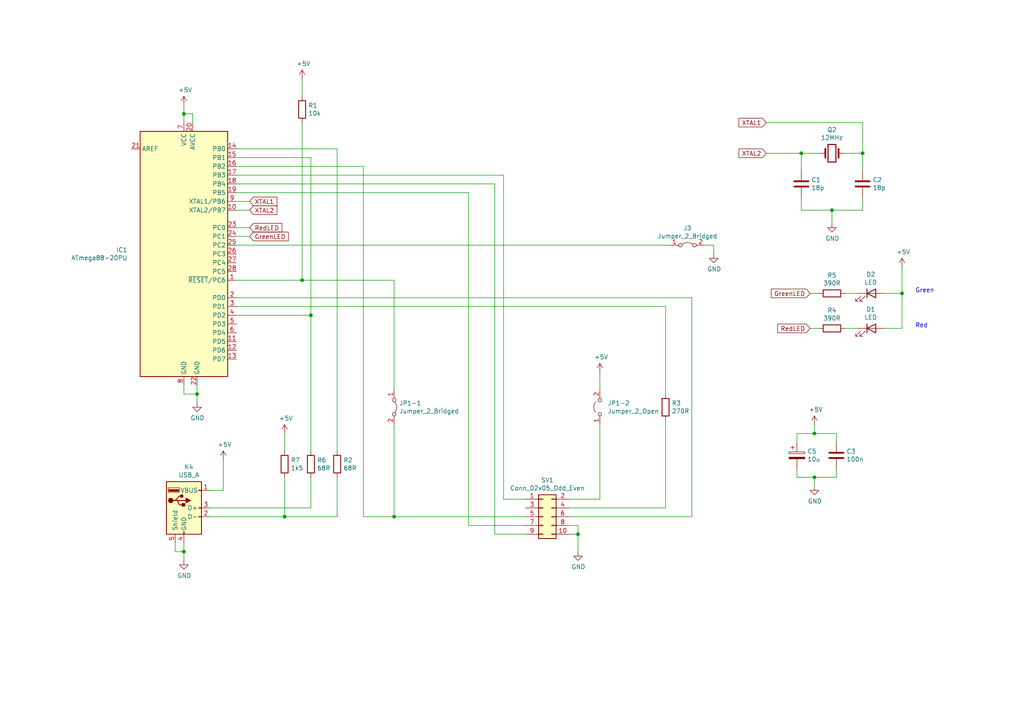
<source format=kicad_sch>
(kicad_sch (version 20211123) (generator eeschema)
  (paper "A4")
  (lib_symbols
    (symbol "Connector:USB_A" (pin_names (offset 1.016))
      (property "Reference" "J" (at -5.08 11.43 0))
      (property "Value" "USB_A" (at -5.08 8.89 0))
      (symbol "USB_A_0_1"
        (rectangle (start -5.08 -7.62) (end 5.08 7.62) (stroke (width 0.254)) (fill (type background)))
        (circle (center -3.81 2.159) (radius 0.635) (stroke (width 0.254)) (fill (type outline)))
        (rectangle (start -1.524 4.826) (end -4.318 5.334) (fill (type outline)))
        (rectangle (start -1.27 4.572) (end -4.572 5.842))
        (circle (center -0.635 3.429) (radius 0.381) (stroke (width 0.254)) (fill (type outline)))
        (rectangle (start -0.127 -7.62) (end 0.127 -6.858))
        (polyline (pts (xy -3.175 2.159) (xy -2.54 2.159) (xy -1.27 3.429) (xy -0.635 3.429)) (stroke (width 0.254)))
        (polyline (pts (xy -2.54 2.159) (xy -1.905 2.159) (xy -1.27 0.889) (xy 0 0.889)) (stroke (width 0.254)))
        (polyline (pts (xy 0.635 2.794) (xy 0.635 1.524) (xy 1.905 2.159) (xy 0.635 2.794)) (stroke (width 0.254)) (fill (type outline)))
        (rectangle (start 0.254 1.27) (end -0.508 0.508) (stroke (width 0.254)) (fill (type outline)))
        (rectangle (start 5.08 -2.667) (end 4.318 -2.413))
        (rectangle (start 5.08 -0.127) (end 4.318 0.127))
        (rectangle (start 5.08 4.953) (end 4.318 5.207))
      )
      (symbol "USB_A_1_1"
        (polyline (pts (xy -1.905 2.159) (xy 0.635 2.159)) (stroke (width 0.254)))
        (pin power_in line (at 7.62 5.08 180) (length 2.54) (name "VBUS") (number "1"))
        (pin bidirectional line (at 7.62 -2.54 180) (length 2.54) (name "D-") (number "2"))
        (pin bidirectional line (at 7.62 0 180) (length 2.54) (name "D+") (number "3"))
        (pin power_in line (at 0 -10.16 90) (length 2.54) (name "GND") (number "4"))
        (pin passive line (at -2.54 -10.16 90) (length 2.54) (name "Shield") (number "5"))
      )
    )
    (symbol "Connector_Generic:Conn_02x05_Odd_Even" (pin_names (offset 1.016) hide)
      (property "Reference" "J" (at 1.27 7.62 0))
      (property "Value" "Conn_02x05_Odd_Even" (at 1.27 -7.62 0))
      (symbol "Conn_02x05_Odd_Even_1_1"
        (rectangle (start -1.27 -4.953) (end 0 -5.207) (stroke (width 0.1524)))
        (rectangle (start -1.27 -2.413) (end 0 -2.667) (stroke (width 0.1524)))
        (rectangle (start -1.27 0.127) (end 0 -0.127) (stroke (width 0.1524)))
        (rectangle (start -1.27 2.667) (end 0 2.413) (stroke (width 0.1524)))
        (rectangle (start -1.27 5.207) (end 0 4.953) (stroke (width 0.1524)))
        (rectangle (start -1.27 6.35) (end 3.81 -6.35) (stroke (width 0.254)) (fill (type background)))
        (rectangle (start 3.81 -4.953) (end 2.54 -5.207) (stroke (width 0.1524)))
        (rectangle (start 3.81 -2.413) (end 2.54 -2.667) (stroke (width 0.1524)))
        (rectangle (start 3.81 0.127) (end 2.54 -0.127) (stroke (width 0.1524)))
        (rectangle (start 3.81 2.667) (end 2.54 2.413) (stroke (width 0.1524)))
        (rectangle (start 3.81 5.207) (end 2.54 4.953) (stroke (width 0.1524)))
        (pin passive line (at -5.08 5.08 0) (length 3.81) (name "Pin_1") (number "1"))
        (pin passive line (at 7.62 -5.08 180) (length 3.81) (name "Pin_10") (number "10"))
        (pin passive line (at 7.62 5.08 180) (length 3.81) (name "Pin_2") (number "2"))
        (pin passive line (at -5.08 2.54 0) (length 3.81) (name "Pin_3") (number "3"))
        (pin passive line (at 7.62 2.54 180) (length 3.81) (name "Pin_4") (number "4"))
        (pin passive line (at -5.08 0 0) (length 3.81) (name "Pin_5") (number "5"))
        (pin passive line (at 7.62 0 180) (length 3.81) (name "Pin_6") (number "6"))
        (pin passive line (at -5.08 -2.54 0) (length 3.81) (name "Pin_7") (number "7"))
        (pin passive line (at 7.62 -2.54 180) (length 3.81) (name "Pin_8") (number "8"))
        (pin passive line (at -5.08 -5.08 0) (length 3.81) (name "Pin_9") (number "9"))
      )
    )
    (symbol "Device:C" (pin_numbers hide) (pin_names (offset 0.254))
      (property "Reference" "C" (at 0.635 2.54 0))
      (property "Value" "C" (at 0.635 -2.54 0))
      (symbol "C_0_1"
        (polyline (pts (xy -2.032 -0.762) (xy 2.032 -0.762)) (stroke (width 0.508)))
        (polyline (pts (xy -2.032 0.762) (xy 2.032 0.762)) (stroke (width 0.508)))
      )
      (symbol "C_1_1"
        (pin passive line (at 0 3.81 270) (length 2.794) (name "~") (number "1"))
        (pin passive line (at 0 -3.81 90) (length 2.794) (name "~") (number "2"))
      )
    )
    (symbol "Device:CP" (pin_numbers hide) (pin_names (offset 0.254))
      (property "Reference" "C" (at 0.635 2.54 0))
      (property "Value" "Device_CP" (at 0.635 -2.54 0))
      (symbol "CP_0_1"
        (rectangle (start -2.286 0.508) (end 2.286 1.016))
        (polyline (pts (xy -1.778 2.286) (xy -0.762 2.286)))
        (polyline (pts (xy -1.27 2.794) (xy -1.27 1.778)))
        (rectangle (start 2.286 -0.508) (end -2.286 -1.016) (fill (type outline)))
      )
      (symbol "CP_1_1"
        (pin passive line (at 0 3.81 270) (length 2.794) (name "~") (number "1"))
        (pin passive line (at 0 -3.81 90) (length 2.794) (name "~") (number "2"))
      )
    )
    (symbol "Device:Crystal" (pin_numbers hide) (pin_names (offset 1.016) hide)
      (property "Reference" "Y" (at 0 3.81 0))
      (property "Value" "Crystal" (at 0 -3.81 0))
      (symbol "Crystal_0_1"
        (rectangle (start -1.143 2.54) (end 1.143 -2.54) (stroke (width 0.3048)))
        (polyline (pts (xy -2.54 0) (xy -1.905 0)))
        (polyline (pts (xy -1.905 -1.27) (xy -1.905 1.27)) (stroke (width 0.508)))
        (polyline (pts (xy 1.905 -1.27) (xy 1.905 1.27)) (stroke (width 0.508)))
        (polyline (pts (xy 2.54 0) (xy 1.905 0)))
      )
      (symbol "Crystal_1_1"
        (pin passive line (at -3.81 0 0) (length 1.27) (name "1") (number "1"))
        (pin passive line (at 3.81 0 180) (length 1.27) (name "2") (number "2"))
      )
    )
    (symbol "Device:LED" (pin_numbers hide) (pin_names (offset 1.016) hide)
      (property "Reference" "D" (at 0 2.54 0))
      (property "Value" "LED" (at 0 -2.54 0))
      (symbol "LED_0_1"
        (polyline (pts (xy -1.27 -1.27) (xy -1.27 1.27)) (stroke (width 0.254)))
        (polyline (pts (xy -1.27 0) (xy 1.27 0)))
        (polyline (pts (xy 1.27 -1.27) (xy 1.27 1.27) (xy -1.27 0) (xy 1.27 -1.27)) (stroke (width 0.254)))
        (polyline (pts (xy -3.048 -0.762) (xy -4.572 -2.286) (xy -3.81 -2.286) (xy -4.572 -2.286) (xy -4.572 -1.524)))
        (polyline (pts (xy -1.778 -0.762) (xy -3.302 -2.286) (xy -2.54 -2.286) (xy -3.302 -2.286) (xy -3.302 -1.524)))
      )
      (symbol "LED_1_1"
        (pin passive line (at -3.81 0 0) (length 2.54) (name "K") (number "1"))
        (pin passive line (at 3.81 0 180) (length 2.54) (name "A") (number "2"))
      )
    )
    (symbol "Device:R" (pin_numbers hide) (pin_names (offset 0))
      (property "Reference" "R" (at 2.032 0 90))
      (property "Value" "R" (at 0 0 90))
      (symbol "R_0_1"
        (rectangle (start -1.016 -2.54) (end 1.016 2.54) (stroke (width 0.254)))
      )
      (symbol "R_1_1"
        (pin passive line (at 0 3.81 270) (length 1.27) (name "~") (number "1"))
        (pin passive line (at 0 -3.81 90) (length 1.27) (name "~") (number "2"))
      )
    )
    (symbol "Jumper:Jumper_2_Bridged" (pin_names (offset 0) hide)
      (property "Reference" "JP" (at 0 1.905 0))
      (property "Value" "Jumper_2_Bridged" (at 0 -2.54 0))
      (symbol "Jumper_2_Bridged_0_0"
        (circle (center -2.032 0) (radius 0.508))
        (circle (center 2.032 0) (radius 0.508))
      )
      (symbol "Jumper_2_Bridged_0_1"
        (arc (start 1.524 0.254) (mid 0 0.762) (end -1.524 0.254))
      )
      (symbol "Jumper_2_Bridged_1_1"
        (pin passive line (at -5.08 0 0) (length 2.54) (name "A") (number "1"))
        (pin passive line (at 5.08 0 180) (length 2.54) (name "B") (number "2"))
      )
    )
    (symbol "Jumper:Jumper_2_Open" (pin_names (offset 0) hide)
      (property "Reference" "JP" (at 0 2.794 0))
      (property "Value" "Jumper_2_Open" (at 0 -2.286 0))
      (symbol "Jumper_2_Open_0_0"
        (circle (center -2.032 0) (radius 0.508))
        (circle (center 2.032 0) (radius 0.508))
      )
      (symbol "Jumper_2_Open_0_1"
        (arc (start 1.524 1.27) (mid 0 1.778) (end -1.524 1.27))
      )
      (symbol "Jumper_2_Open_1_1"
        (pin passive line (at -5.08 0 0) (length 2.54) (name "A") (number "1"))
        (pin passive line (at 5.08 0 180) (length 2.54) (name "B") (number "2"))
      )
    )
    (symbol "My_Parts:ATmega88-20PU"
      (property "Reference" "U" (at -12.7 36.83 0))
      (property "Value" "My_Parts_ATmega88-20PU" (at 7.62 -36.83 0))
      (symbol "ATmega88-20PU_0_1"
        (rectangle (start -12.7 -35.56) (end 12.7 35.56) (stroke (width 0.254)) (fill (type background)))
      )
      (symbol "ATmega88-20PU_1_1"
        (pin bidirectional line (at 15.24 -7.62 180) (length 2.54) (name "~{RESET}/PC6") (number "1"))
        (pin bidirectional line (at 15.24 12.7 180) (length 2.54) (name "XTAL2/PB7") (number "10"))
        (pin bidirectional line (at 15.24 -25.4 180) (length 2.54) (name "PD5") (number "11"))
        (pin bidirectional line (at 15.24 -27.94 180) (length 2.54) (name "PD6") (number "12"))
        (pin bidirectional line (at 15.24 -30.48 180) (length 2.54) (name "PD7") (number "13"))
        (pin bidirectional line (at 15.24 30.48 180) (length 2.54) (name "PB0") (number "14"))
        (pin bidirectional line (at 15.24 27.94 180) (length 2.54) (name "PB1") (number "15"))
        (pin bidirectional line (at 15.24 25.4 180) (length 2.54) (name "PB2") (number "16"))
        (pin bidirectional line (at 15.24 22.86 180) (length 2.54) (name "PB3") (number "17"))
        (pin bidirectional line (at 15.24 20.32 180) (length 2.54) (name "PB4") (number "18"))
        (pin bidirectional line (at 15.24 17.78 180) (length 2.54) (name "PB5") (number "19"))
        (pin bidirectional line (at 15.24 -12.7 180) (length 2.54) (name "PD0") (number "2"))
        (pin power_in line (at 2.54 38.1 270) (length 2.54) (name "AVCC") (number "20"))
        (pin passive line (at -15.24 30.48 0) (length 2.54) (name "AREF") (number "21"))
        (pin passive line (at 3.81 -38.1 90) (length 2.54) (name "GND") (number "22"))
        (pin bidirectional line (at 15.24 7.62 180) (length 2.54) (name "PC0") (number "23"))
        (pin bidirectional line (at 15.24 5.08 180) (length 2.54) (name "PC1") (number "24"))
        (pin bidirectional line (at 15.24 2.54 180) (length 2.54) (name "PC2") (number "25"))
        (pin bidirectional line (at 15.24 0 180) (length 2.54) (name "PC3") (number "26"))
        (pin bidirectional line (at 15.24 -2.54 180) (length 2.54) (name "PC4") (number "27"))
        (pin bidirectional line (at 15.24 -5.08 180) (length 2.54) (name "PC5") (number "28"))
        (pin bidirectional line (at 15.24 -15.24 180) (length 2.54) (name "PD1") (number "3"))
        (pin bidirectional line (at 15.24 -17.78 180) (length 2.54) (name "PD2") (number "4"))
        (pin bidirectional line (at 15.24 -20.32 180) (length 2.54) (name "PD3") (number "5"))
        (pin bidirectional line (at 15.24 -22.86 180) (length 2.54) (name "PD4") (number "6"))
        (pin power_in line (at 0 38.1 270) (length 2.54) (name "VCC") (number "7"))
        (pin power_in line (at 0 -38.1 90) (length 2.54) (name "GND") (number "8"))
        (pin bidirectional line (at 15.24 15.24 180) (length 2.54) (name "XTAL1/PB6") (number "9"))
      )
    )
    (symbol "power:+5V" (power) (pin_names (offset 0))
      (property "Value" "+5V" (at 0 3.556 0))
      (symbol "+5V_0_1"
        (polyline (pts (xy -0.762 1.27) (xy 0 2.54)))
        (polyline (pts (xy 0 0) (xy 0 2.54)))
        (polyline (pts (xy 0 2.54) (xy 0.762 1.27)))
      )
      (symbol "+5V_1_1"
        (pin power_in line (at 0 0 90) (length 0) hide (name "+5V") (number "1"))
      )
    )
    (symbol "power:GND" (power) (pin_names (offset 0))
      (property "Value" "GND" (at 0 -3.81 0))
      (symbol "GND_0_1"
        (polyline (pts (xy 0 0) (xy 0 -1.27) (xy 1.27 -1.27) (xy 0 -2.54) (xy -1.27 -1.27) (xy 0 -1.27)))
      )
      (symbol "GND_1_1"
        (pin power_in line (at 0 0 270) (length 0) hide (name "GND") (number "1"))
      )
    )
  )
  (junction (at 236.22 138.43))
  (junction (at 90.17 91.44))
  (junction (at 87.63 81.28))
  (junction (at 261.62 85.09))
  (junction (at 232.41 44.45))
  (junction (at 53.34 33.02))
  (junction (at 241.3 60.96))
  (junction (at 82.55 149.86))
  (junction (at 236.22 125.73))
  (junction (at 167.64 154.94))
  (junction (at 114.3 149.86))
  (junction (at 53.34 160.02))
  (junction (at 250.19 44.45))
  (junction (at 57.15 114.3))
  (wire (pts (xy 236.22 140.97) (xy 236.22 138.43)))
  (wire (pts (xy 68.58 86.36) (xy 200.66 86.36)))
  (wire (pts (xy 241.3 60.96) (xy 250.19 60.96)))
  (wire (pts (xy 231.14 128.27) (xy 231.14 125.73)))
  (wire (pts (xy 72.39 68.58) (xy 68.58 68.58)))
  (wire (pts (xy 90.17 91.44) (xy 90.17 130.81)))
  (wire (pts (xy 87.63 81.28) (xy 114.3 81.28)))
  (wire (pts (xy 167.64 152.4) (xy 167.64 154.94)))
  (wire (pts (xy 231.14 135.89) (xy 231.14 138.43)))
  (wire (pts (xy 87.63 27.94) (xy 87.63 22.86)))
  (wire (pts (xy 236.22 138.43) (xy 242.57 138.43)))
  (wire (pts (xy 82.55 125.73) (xy 82.55 130.81)))
  (wire (pts (xy 250.19 60.96) (xy 250.19 57.15)))
  (wire (pts (xy 256.54 95.25) (xy 261.62 95.25)))
  (wire (pts (xy 237.49 44.45) (xy 232.41 44.45)))
  (wire (pts (xy 114.3 81.28) (xy 114.3 113.03)))
  (wire (pts (xy 204.47 71.12) (xy 207.01 71.12)))
  (wire (pts (xy 167.64 160.02) (xy 167.64 154.94)))
  (wire (pts (xy 53.34 111.76) (xy 53.34 114.3)))
  (wire (pts (xy 68.58 88.9) (xy 193.04 88.9)))
  (wire (pts (xy 135.89 55.88) (xy 135.89 152.4)))
  (wire (pts (xy 236.22 125.73) (xy 242.57 125.73)))
  (wire (pts (xy 90.17 45.72) (xy 90.17 91.44)))
  (wire (pts (xy 231.14 125.73) (xy 236.22 125.73)))
  (wire (pts (xy 135.89 152.4) (xy 152.4 152.4)))
  (wire (pts (xy 82.55 149.86) (xy 97.79 149.86)))
  (wire (pts (xy 165.1 144.78) (xy 173.99 144.78)))
  (wire (pts (xy 50.8 157.48) (xy 50.8 160.02)))
  (wire (pts (xy 200.66 149.86) (xy 165.1 149.86)))
  (wire (pts (xy 194.31 71.12) (xy 68.58 71.12)))
  (wire (pts (xy 173.99 113.03) (xy 173.99 107.95)))
  (wire (pts (xy 232.41 57.15) (xy 232.41 60.96)))
  (wire (pts (xy 72.39 66.04) (xy 68.58 66.04)))
  (wire (pts (xy 193.04 88.9) (xy 193.04 114.3)))
  (wire (pts (xy 82.55 138.43) (xy 82.55 149.86)))
  (wire (pts (xy 87.63 81.28) (xy 87.63 35.56)))
  (wire (pts (xy 250.19 44.45) (xy 250.19 35.56)))
  (wire (pts (xy 261.62 95.25) (xy 261.62 85.09)))
  (wire (pts (xy 60.96 149.86) (xy 82.55 149.86)))
  (wire (pts (xy 97.79 149.86) (xy 97.79 138.43)))
  (wire (pts (xy 68.58 48.26) (xy 105.41 48.26)))
  (wire (pts (xy 64.77 142.24) (xy 64.77 133.35)))
  (wire (pts (xy 248.92 85.09) (xy 245.11 85.09)))
  (wire (pts (xy 200.66 86.36) (xy 200.66 149.86)))
  (wire (pts (xy 193.04 121.92) (xy 193.04 147.32)))
  (wire (pts (xy 250.19 35.56) (xy 222.25 35.56)))
  (wire (pts (xy 146.05 50.8) (xy 146.05 144.78)))
  (wire (pts (xy 114.3 149.86) (xy 152.4 149.86)))
  (wire (pts (xy 237.49 95.25) (xy 234.95 95.25)))
  (wire (pts (xy 152.4 144.78) (xy 146.05 144.78)))
  (wire (pts (xy 97.79 130.81) (xy 97.79 43.18)))
  (wire (pts (xy 173.99 144.78) (xy 173.99 123.19)))
  (wire (pts (xy 97.79 43.18) (xy 68.58 43.18)))
  (wire (pts (xy 165.1 152.4) (xy 167.64 152.4)))
  (wire (pts (xy 232.41 49.53) (xy 232.41 44.45)))
  (wire (pts (xy 53.34 33.02) (xy 53.34 30.48)))
  (wire (pts (xy 234.95 85.09) (xy 237.49 85.09)))
  (wire (pts (xy 60.96 147.32) (xy 90.17 147.32)))
  (wire (pts (xy 68.58 81.28) (xy 87.63 81.28)))
  (wire (pts (xy 50.8 160.02) (xy 53.34 160.02)))
  (wire (pts (xy 143.51 53.34) (xy 143.51 154.94)))
  (wire (pts (xy 53.34 162.56) (xy 53.34 160.02)))
  (wire (pts (xy 55.88 33.02) (xy 55.88 35.56)))
  (wire (pts (xy 256.54 85.09) (xy 261.62 85.09)))
  (wire (pts (xy 250.19 49.53) (xy 250.19 44.45)))
  (wire (pts (xy 114.3 123.19) (xy 114.3 149.86)))
  (wire (pts (xy 241.3 60.96) (xy 241.3 64.77)))
  (wire (pts (xy 207.01 71.12) (xy 207.01 73.66)))
  (wire (pts (xy 105.41 149.86) (xy 114.3 149.86)))
  (wire (pts (xy 90.17 147.32) (xy 90.17 138.43)))
  (wire (pts (xy 53.34 114.3) (xy 57.15 114.3)))
  (wire (pts (xy 105.41 48.26) (xy 105.41 149.86)))
  (wire (pts (xy 57.15 116.84) (xy 57.15 114.3)))
  (wire (pts (xy 68.58 91.44) (xy 90.17 91.44)))
  (wire (pts (xy 68.58 55.88) (xy 135.89 55.88)))
  (wire (pts (xy 72.39 58.42) (xy 68.58 58.42)))
  (wire (pts (xy 231.14 138.43) (xy 236.22 138.43)))
  (wire (pts (xy 53.34 160.02) (xy 53.34 157.48)))
  (wire (pts (xy 261.62 85.09) (xy 261.62 77.47)))
  (wire (pts (xy 72.39 60.96) (xy 68.58 60.96)))
  (wire (pts (xy 143.51 154.94) (xy 152.4 154.94)))
  (wire (pts (xy 57.15 114.3) (xy 57.15 111.76)))
  (wire (pts (xy 68.58 45.72) (xy 90.17 45.72)))
  (wire (pts (xy 232.41 44.45) (xy 222.25 44.45)))
  (wire (pts (xy 60.96 142.24) (xy 64.77 142.24)))
  (wire (pts (xy 68.58 53.34) (xy 143.51 53.34)))
  (wire (pts (xy 242.57 138.43) (xy 242.57 135.89)))
  (wire (pts (xy 167.64 154.94) (xy 165.1 154.94)))
  (wire (pts (xy 232.41 60.96) (xy 241.3 60.96)))
  (wire (pts (xy 193.04 147.32) (xy 165.1 147.32)))
  (wire (pts (xy 236.22 125.73) (xy 236.22 123.19)))
  (wire (pts (xy 146.05 50.8) (xy 68.58 50.8)))
  (wire (pts (xy 53.34 33.02) (xy 55.88 33.02)))
  (wire (pts (xy 245.11 95.25) (xy 248.92 95.25)))
  (wire (pts (xy 245.11 44.45) (xy 250.19 44.45)))
  (wire (pts (xy 53.34 35.56) (xy 53.34 33.02)))
  (wire (pts (xy 242.57 125.73) (xy 242.57 128.27)))
  (text "Green" (at 265.43 85.09 0) (effects (font (size 1.27 1.27)) (justify left bottom)))
  (text "Red" (at 265.43 95.25 0) (effects (font (size 1.27 1.27)) (justify left bottom)))
  (global_label "RedLED" (shape input) (at 234.95 95.25 180) (property "Intersheet References" "${INTERSHEET_REFS}" (effects hide)))
  (global_label "XTAL2" (shape input) (at 72.39 60.96 0) (property "Intersheet References" "${INTERSHEET_REFS}" (effects hide)))
  (global_label "RedLED" (shape input) (at 72.39 66.04 0) (property "Intersheet References" "${INTERSHEET_REFS}" (effects hide)))
  (global_label "GreenLED" (shape input) (at 72.39 68.58 0) (property "Intersheet References" "${INTERSHEET_REFS}" (effects hide)))
  (global_label "XTAL1" (shape input) (at 222.25 35.56 180) (property "Intersheet References" "${INTERSHEET_REFS}" (effects hide)))
  (global_label "XTAL2" (shape input) (at 222.25 44.45 180) (property "Intersheet References" "${INTERSHEET_REFS}" (effects hide)))
  (global_label "XTAL1" (shape input) (at 72.39 58.42 0) (property "Intersheet References" "${INTERSHEET_REFS}" (effects hide)))
  (global_label "GreenLED" (shape input) (at 234.95 85.09 180) (property "Intersheet References" "${INTERSHEET_REFS}" (effects hide)))
  (symbol (lib_id "Device:Crystal") (at 241.3 44.45 0) (unit 1)
    (property "Reference" "Q2" (at 241.3 37.6428 0))
    (property "Value" "12MHz" (at 241.3 39.9542 0))
    (property "Footprint" "My_Misc:Crystal_HC49-4H_Vertical_large" (effects hide))
  )
  (symbol (lib_id "Device:C") (at 250.19 53.34 0) (unit 1)
    (property "Reference" "C2" (at 253.111 52.1716 0) (effects (justify left)))
    (property "Value" "18p" (at 253.111 54.483 0) (effects (justify left)))
    (property "Footprint" "My_Misc:C_Disc_D3.0mm_W1.6mm_P2.50mm_larg" (effects hide))
  )
  (symbol (lib_id "Device:C") (at 232.41 53.34 0) (unit 1)
    (property "Reference" "C1" (at 235.331 52.1716 0) (effects (justify left)))
    (property "Value" "18p" (at 235.331 54.483 0) (effects (justify left)))
    (property "Footprint" "My_Misc:C_Disc_D3.0mm_W1.6mm_P2.50mm_larg" (effects hide))
  )
  (symbol (lib_id "power:GND") (at 241.3 64.77 0) (unit 1)
    (property "Reference" "#PWR0101" (effects hide))
    (property "Value" "GND" (at 241.427 69.1642 0))
  )
  (symbol (lib_id "Device:R") (at 87.63 31.75 0) (unit 1)
    (property "Reference" "R1" (at 89.408 30.5816 0) (effects (justify left)))
    (property "Value" "10k" (at 89.408 32.893 0) (effects (justify left)))
    (property "Footprint" "My_Misc:R_Axial_DIN0207_L6.3mm_D2.5mm_P10.16mm_Horizontal_larger_pads" (effects hide))
  )
  (symbol (lib_id "power:+5V") (at 87.63 22.86 0) (unit 1)
    (property "Reference" "#PWR0102" (effects hide))
    (property "Value" "+5V" (at 88.011 18.4658 0))
  )
  (symbol (lib_id "My_Parts:ATmega88-20PU") (at 53.34 73.66 0) (unit 1)
    (property "Reference" "IC1" (at 36.9824 72.4916 0) (effects (justify right)))
    (property "Value" "ATmega88-20PU" (at 36.9824 74.803 0) (effects (justify right)))
    (property "Footprint" "Package_DIP:DIP-28_W7.62mm_LongPads" (effects hide))
    (property "Datasheet" "http://ww1.microchip.com/downloads/en/DeviceDoc/Atmel-2545-8-bit-AVR-Microcontroller-ATmega48-88-168_Datasheet.pdf" (effects hide))
  )
  (symbol (lib_id "power:GND") (at 57.15 116.84 0) (unit 1)
    (property "Reference" "#PWR0103" (effects hide))
    (property "Value" "GND" (at 57.277 121.2342 0))
  )
  (symbol (lib_id "power:+5V") (at 53.34 30.48 0) (unit 1)
    (property "Reference" "#PWR0104" (effects hide))
    (property "Value" "+5V" (at 53.721 26.0858 0))
  )
  (symbol (lib_id "Device:LED") (at 252.73 85.09 0) (unit 1)
    (property "Reference" "D2" (at 252.5522 79.5782 0))
    (property "Value" "LED" (at 252.5522 81.8896 0))
    (property "Footprint" "My_Misc:LED_D5.0mm_larger_pads" (effects hide))
  )
  (symbol (lib_id "Device:LED") (at 252.73 95.25 0) (unit 1)
    (property "Reference" "D1" (at 252.5522 89.7382 0))
    (property "Value" "LED" (at 252.5522 92.0496 0))
    (property "Footprint" "My_Misc:LED_D5.0mm_larger_pads" (effects hide))
  )
  (symbol (lib_id "Device:R") (at 241.3 85.09 270) (unit 1)
    (property "Reference" "R5" (at 241.3 79.8322 90))
    (property "Value" "390R" (at 241.3 82.1436 90))
    (property "Footprint" "My_Misc:R_Axial_DIN0207_L6.3mm_D2.5mm_P10.16mm_Horizontal_larger_pads" (effects hide))
  )
  (symbol (lib_id "Device:R") (at 241.3 95.25 90) (unit 1)
    (property "Reference" "R4" (at 241.3 89.9922 90))
    (property "Value" "390R" (at 241.3 92.3036 90))
    (property "Footprint" "My_Misc:R_Axial_DIN0207_L6.3mm_D2.5mm_P10.16mm_Horizontal_larger_pads" (effects hide))
  )
  (symbol (lib_id "power:+5V") (at 261.62 77.47 0) (unit 1)
    (property "Reference" "#PWR0105" (effects hide))
    (property "Value" "+5V" (at 262.001 73.0758 0))
  )
  (symbol (lib_id "Jumper:Jumper_2_Bridged") (at 199.39 71.12 0) (unit 1)
    (property "Reference" "J3" (at 199.39 66.167 0))
    (property "Value" "Jumper_2_Bridged" (at 199.39 68.4784 0))
    (property "Footprint" "My_Parts:Jumper_1x02_P2.54mm_large" (effects hide))
  )
  (symbol (lib_id "power:GND") (at 207.01 73.66 0) (unit 1)
    (property "Reference" "#PWR0106" (effects hide))
    (property "Value" "GND" (at 207.137 78.0542 0))
  )
  (symbol (lib_id "Connector_Generic:Conn_02x05_Odd_Even") (at 157.48 149.86 0) (unit 1)
    (property "Reference" "SV1" (at 158.75 139.2682 0))
    (property "Value" "Conn_02x05_Odd_Even" (at 158.75 141.5796 0))
    (property "Footprint" "My_Misc:IDC-Header_2x05_P2.54mm_Vertical_large" (effects hide))
  )
  (symbol (lib_id "Device:R") (at 193.04 118.11 0) (unit 1)
    (property "Reference" "R3" (at 194.818 116.9416 0) (effects (justify left)))
    (property "Value" "270R" (at 194.818 119.253 0) (effects (justify left)))
    (property "Footprint" "My_Misc:R_Axial_DIN0207_L6.3mm_D2.5mm_P10.16mm_Horizontal_larger_pads" (effects hide))
  )
  (symbol (lib_id "Jumper:Jumper_2_Open") (at 173.99 118.11 90) (unit 1)
    (property "Reference" "JP1-2" (at 176.2252 116.9416 90) (effects (justify right)))
    (property "Value" "Jumper_2_Open" (at 176.2252 119.253 90) (effects (justify right)))
    (property "Footprint" "My_Parts:Jumper_1x02_P2.54mm_large" (effects hide))
  )
  (symbol (lib_id "power:+5V") (at 173.99 107.95 0) (unit 1)
    (property "Reference" "#PWR0107" (effects hide))
    (property "Value" "+5V" (at 174.371 103.5558 0))
  )
  (symbol (lib_id "Jumper:Jumper_2_Bridged") (at 114.3 118.11 270) (unit 1)
    (property "Reference" "JP1-1" (at 115.7732 116.9416 90) (effects (justify left)))
    (property "Value" "Jumper_2_Bridged" (at 115.7732 119.253 90) (effects (justify left)))
    (property "Footprint" "My_Parts:Jumper_1x02_P2.54mm_large" (effects hide))
  )
  (symbol (lib_id "Connector:USB_A") (at 53.34 147.32 0) (unit 1)
    (property "Reference" "K4" (at 54.7878 135.4582 0))
    (property "Value" "USB_A" (at 54.7878 137.7696 0))
    (property "Footprint" "My_Misc:USB_B_Lumberg_2411_02_Horizontal_large" (effects hide))
    (property "Datasheet" " ~" (effects hide))
  )
  (symbol (lib_id "power:+5V") (at 64.77 133.35 0) (unit 1)
    (property "Reference" "#PWR0108" (effects hide))
    (property "Value" "+5V" (at 65.151 128.9558 0))
  )
  (symbol (lib_id "power:GND") (at 53.34 162.56 0) (unit 1)
    (property "Reference" "#PWR0109" (effects hide))
    (property "Value" "GND" (at 53.467 166.9542 0))
  )
  (symbol (lib_id "Device:R") (at 97.79 134.62 0) (unit 1)
    (property "Reference" "R2" (at 99.568 133.4516 0) (effects (justify left)))
    (property "Value" "68R" (at 99.568 135.763 0) (effects (justify left)))
    (property "Footprint" "My_Misc:R_Axial_DIN0207_L6.3mm_D2.5mm_P10.16mm_Horizontal_larger_pads" (effects hide))
  )
  (symbol (lib_id "Device:R") (at 90.17 134.62 0) (unit 1)
    (property "Reference" "R6" (at 91.948 133.4516 0) (effects (justify left)))
    (property "Value" "68R" (at 91.948 135.763 0) (effects (justify left)))
    (property "Footprint" "My_Misc:R_Axial_DIN0207_L6.3mm_D2.5mm_P10.16mm_Horizontal_larger_pads" (effects hide))
  )
  (symbol (lib_id "Device:R") (at 82.55 134.62 0) (unit 1)
    (property "Reference" "R7" (at 84.328 133.4516 0) (effects (justify left)))
    (property "Value" "1k5" (at 84.328 135.763 0) (effects (justify left)))
    (property "Footprint" "My_Misc:R_Axial_DIN0207_L6.3mm_D2.5mm_P10.16mm_Horizontal_larger_pads" (effects hide))
  )
  (symbol (lib_id "power:+5V") (at 82.55 125.73 0) (unit 1)
    (property "Reference" "#PWR0110" (effects hide))
    (property "Value" "+5V" (at 82.931 121.3358 0))
  )
  (symbol (lib_id "Device:C") (at 242.57 132.08 0) (unit 1)
    (property "Reference" "C3" (at 245.491 130.9116 0) (effects (justify left)))
    (property "Value" "100n" (at 245.491 133.223 0) (effects (justify left)))
    (property "Footprint" "My_Misc:C_Disc_D7.5mm_W2.5mm_P5.00mm_larger" (effects hide))
  )
  (symbol (lib_id "Device:CP") (at 231.14 132.08 0) (unit 1)
    (property "Reference" "C5" (at 234.1372 130.9116 0) (effects (justify left)))
    (property "Value" "10u" (at 234.1372 133.223 0) (effects (justify left)))
    (property "Footprint" "My_Misc:CP_Radial_D5.0mm_P2.00mm_larger" (effects hide))
  )
  (symbol (lib_id "power:GND") (at 236.22 140.97 0) (unit 1)
    (property "Reference" "#PWR0111" (effects hide))
    (property "Value" "GND" (at 236.347 145.3642 0))
  )
  (symbol (lib_id "power:+5V") (at 236.22 123.19 0) (unit 1)
    (property "Reference" "#PWR0112" (effects hide))
    (property "Value" "+5V" (at 236.601 118.7958 0))
  )
  (symbol (lib_id "power:GND") (at 167.64 160.02 0) (unit 1)
    (property "Reference" "#PWR0113" (effects hide))
    (property "Value" "GND" (at 167.767 164.4142 0))
  )
)
</source>
